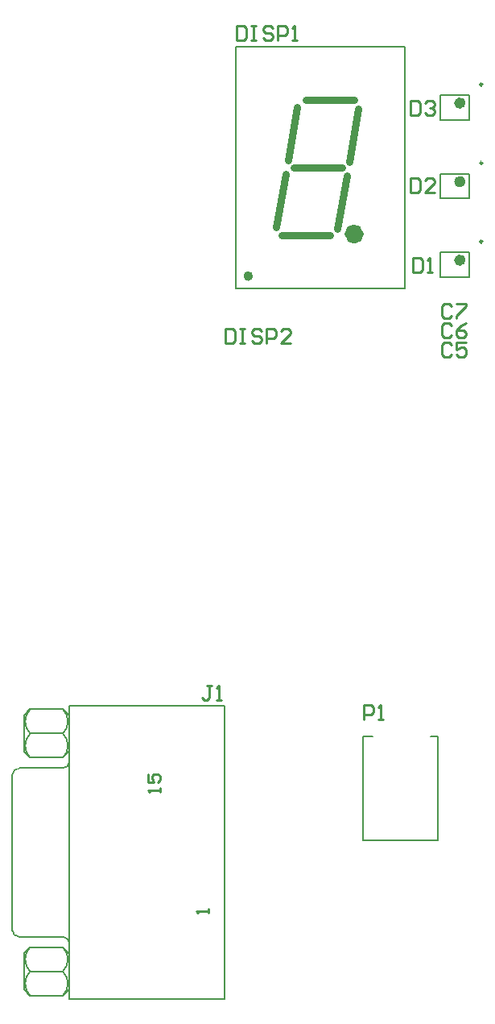
<source format=gto>
G04 Layer_Color=65535*
%FSAX24Y24*%
%MOIN*%
G70*
G01*
G75*
%ADD12C,0.0100*%
%ADD26C,0.0098*%
%ADD27C,0.0236*%
%ADD28C,0.0050*%
%ADD29C,0.0080*%
%ADD30C,0.0197*%
%ADD31C,0.0394*%
%ADD32C,0.0079*%
%ADD33C,0.0300*%
D12*
X033185Y041279D02*
X033085Y041379D01*
X032885D01*
X032785Y041279D01*
Y040880D01*
X032885Y040780D01*
X033085D01*
X033185Y040880D01*
X033785Y041379D02*
X033385D01*
Y041079D01*
X033585Y041179D01*
X033685D01*
X033785Y041079D01*
Y040880D01*
X033685Y040780D01*
X033485D01*
X033385Y040880D01*
X033185Y042079D02*
X033085Y042179D01*
X032885D01*
X032785Y042079D01*
Y041680D01*
X032885Y041580D01*
X033085D01*
X033185Y041680D01*
X033785Y042179D02*
X033585Y042079D01*
X033385Y041879D01*
Y041680D01*
X033485Y041580D01*
X033685D01*
X033785Y041680D01*
Y041779D01*
X033685Y041879D01*
X033385D01*
X033185Y042879D02*
X033085Y042979D01*
X032885D01*
X032785Y042879D01*
Y042480D01*
X032885Y042380D01*
X033085D01*
X033185Y042480D01*
X033385Y042979D02*
X033785D01*
Y042879D01*
X033385Y042480D01*
Y042380D01*
X031585Y044879D02*
Y044280D01*
X031885D01*
X031985Y044380D01*
Y044779D01*
X031885Y044879D01*
X031585D01*
X032185Y044280D02*
X032385D01*
X032285D01*
Y044879D01*
X032185Y044779D01*
X031485Y048179D02*
Y047580D01*
X031785D01*
X031885Y047680D01*
Y048079D01*
X031785Y048179D01*
X031485D01*
X032485Y047580D02*
X032085D01*
X032485Y047979D01*
Y048079D01*
X032385Y048179D01*
X032185D01*
X032085Y048079D01*
X031485Y051379D02*
Y050780D01*
X031785D01*
X031885Y050880D01*
Y051279D01*
X031785Y051379D01*
X031485D01*
X032085Y051279D02*
X032185Y051379D01*
X032385D01*
X032485Y051279D01*
Y051179D01*
X032385Y051079D01*
X032285D01*
X032385D01*
X032485Y050979D01*
Y050880D01*
X032385Y050780D01*
X032185D01*
X032085Y050880D01*
X023235Y027175D02*
X023035D01*
X023135D01*
Y026675D01*
X023035Y026575D01*
X022935D01*
X022835Y026675D01*
X023434Y026575D02*
X023634D01*
X023534D01*
Y027175D01*
X023434Y027075D01*
X029528Y025787D02*
Y026387D01*
X029827D01*
X029927Y026287D01*
Y026087D01*
X029827Y025987D01*
X029528D01*
X030127Y025787D02*
X030327D01*
X030227D01*
Y026387D01*
X030127Y026287D01*
X024285Y054479D02*
Y053880D01*
X024585D01*
X024685Y053980D01*
Y054379D01*
X024585Y054479D01*
X024285D01*
X024885D02*
X025085D01*
X024985D01*
Y053880D01*
X024885D01*
X025085D01*
X025785Y054379D02*
X025685Y054479D01*
X025485D01*
X025385Y054379D01*
Y054279D01*
X025485Y054179D01*
X025685D01*
X025785Y054079D01*
Y053980D01*
X025685Y053880D01*
X025485D01*
X025385Y053980D01*
X025984Y053880D02*
Y054479D01*
X026284D01*
X026384Y054379D01*
Y054179D01*
X026284Y054079D01*
X025984D01*
X026584Y053880D02*
X026784D01*
X026684D01*
Y054479D01*
X026584Y054379D01*
X023819Y041938D02*
Y041339D01*
X024119D01*
X024219Y041439D01*
Y041838D01*
X024119Y041938D01*
X023819D01*
X024419D02*
X024619D01*
X024519D01*
Y041339D01*
X024419D01*
X024619D01*
X025318Y041838D02*
X025218Y041938D01*
X025019D01*
X024919Y041838D01*
Y041738D01*
X025019Y041638D01*
X025218D01*
X025318Y041539D01*
Y041439D01*
X025218Y041339D01*
X025019D01*
X024919Y041439D01*
X025518Y041339D02*
Y041938D01*
X025818D01*
X025918Y041838D01*
Y041638D01*
X025818Y041539D01*
X025518D01*
X026518Y041339D02*
X026118D01*
X026518Y041738D01*
Y041838D01*
X026418Y041938D01*
X026218D01*
X026118Y041838D01*
X021100Y022772D02*
Y022938D01*
Y022855D01*
X020601D01*
X020684Y022772D01*
X020601Y023521D02*
Y023188D01*
X020850D01*
X020767Y023355D01*
Y023438D01*
X020850Y023521D01*
X021017D01*
X021100Y023438D01*
Y023271D01*
X021017Y023188D01*
X023100Y017772D02*
Y017938D01*
Y017855D01*
X022601D01*
X022684Y017772D01*
D26*
X034455Y045554D02*
G03*
X034455Y045554I-000049J000000D01*
G01*
Y048804D02*
G03*
X034455Y048804I-000049J000000D01*
G01*
Y052054D02*
G03*
X034455Y052054I-000049J000000D01*
G01*
D27*
X033637Y044781D02*
G03*
X033637Y044781I-000118J000000D01*
G01*
Y048031D02*
G03*
X033637Y048031I-000118J000000D01*
G01*
Y051281D02*
G03*
X033637Y051281I-000118J000000D01*
G01*
D28*
X015262Y023764D02*
G03*
X014988Y023490I000000J-000274D01*
G01*
X017075Y023766D02*
G03*
X017348Y024039I000000J000274D01*
G01*
X014988Y017061D02*
G03*
X015262Y016787I000274J000000D01*
G01*
X017348Y016512D02*
G03*
X017075Y016785I-000274J000000D01*
G01*
X015264Y023766D02*
X017075D01*
X015264Y016785D02*
X017075D01*
X014988Y023490D02*
X014988Y017061D01*
X017350Y014213D02*
Y026339D01*
X023768D01*
X017350Y014213D02*
X023768D01*
Y026339D01*
D29*
X015722Y026198D02*
G03*
X015722Y025196I000501J-000501D01*
G01*
Y025199D02*
G03*
X015722Y024198I000501J-000501D01*
G01*
X017078Y025197D02*
G03*
X017078Y026199I-000501J000501D01*
G01*
Y024197D02*
G03*
X017078Y025199I-000501J000501D01*
G01*
X015722Y016355D02*
G03*
X015722Y015353I000501J-000501D01*
G01*
Y015357D02*
G03*
X015722Y014355I000501J-000501D01*
G01*
X017078Y015354D02*
G03*
X017078Y016356I-000501J000501D01*
G01*
Y014354D02*
G03*
X017078Y015356I-000501J000501D01*
G01*
D30*
X024854Y044122D02*
G03*
X024854Y044122I-000098J000000D01*
G01*
D31*
X029335Y045862D02*
G03*
X029335Y045862I-000197J000000D01*
G01*
D32*
X032719Y044081D02*
Y045111D01*
X033918Y044081D02*
Y045111D01*
X032719Y044081D02*
X033918D01*
X032719Y045111D02*
X033918D01*
X032719Y047331D02*
Y048361D01*
X033918Y047331D02*
Y048361D01*
X032719Y047331D02*
X033918D01*
X032719Y048361D02*
X033918D01*
X032719Y050581D02*
Y051611D01*
X033918Y050581D02*
Y051611D01*
X032719Y050581D02*
X033918D01*
X032719Y051611D02*
X033918D01*
X016137Y026198D02*
X016220D01*
X015466Y025948D02*
X015716Y026198D01*
X015466Y024448D02*
Y025948D01*
Y024448D02*
X015716Y024198D01*
X017077D01*
X015722Y026198D02*
X017077D01*
Y026198D02*
X017341Y025934D01*
X015722Y025198D02*
X017077D01*
Y024198D02*
X017342Y024463D01*
X016137Y016355D02*
X016220D01*
X015466Y016105D02*
X015716Y016355D01*
X015466Y014605D02*
Y016105D01*
Y014605D02*
X015716Y014355D01*
X017077D01*
X015722Y016355D02*
X017077D01*
Y016355D02*
X017341Y016091D01*
X015722Y015355D02*
X017077D01*
Y014355D02*
X017342Y014620D01*
X029512Y025063D02*
X029912D01*
X029512Y020763D02*
Y025063D01*
X032312D02*
X032612D01*
Y020763D02*
Y025063D01*
X029512Y020763D02*
X032612D01*
X024256Y053622D02*
X031256D01*
Y043622D02*
Y053622D01*
X024256Y043622D02*
X031256D01*
X024256D02*
Y053622D01*
D33*
X027133Y051422D02*
X029133D01*
X026405Y048922D02*
X026790Y051119D01*
X028933Y048853D02*
X029319Y051050D01*
X026633Y048622D02*
X028633D01*
X025921Y046155D02*
X026307Y048352D01*
X026133Y045822D02*
X028133D01*
X028449Y046086D02*
X028835Y048283D01*
M02*

</source>
